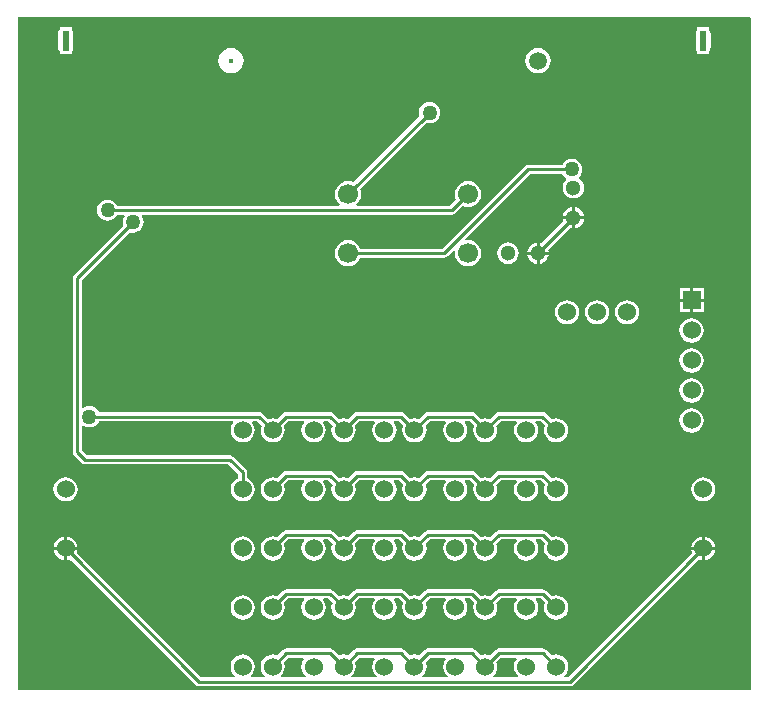
<source format=gbl>
G04 Layer_Physical_Order=2*
G04 Layer_Color=11436288*
%FSLAX25Y25*%
%MOIN*%
G70*
G01*
G75*
%ADD13C,0.01000*%
%ADD14C,0.06000*%
%ADD15C,0.06693*%
%ADD16R,0.01969X0.07087*%
%ADD17C,0.05906*%
%ADD18C,0.01500*%
%ADD19C,0.05118*%
%ADD20R,0.06000X0.06000*%
%ADD21C,0.05000*%
G36*
X322835Y511311D02*
Y287402D01*
X79240D01*
X78740Y287402D01*
Y511811D01*
X322335Y511811D01*
X322835Y511311D01*
D02*
G37*
%LPC*%
G36*
X307087Y358365D02*
X306042Y358228D01*
X305069Y357825D01*
X304234Y357184D01*
X303593Y356348D01*
X303190Y355375D01*
X303052Y354331D01*
X303190Y353287D01*
X303593Y352313D01*
X304234Y351478D01*
X305069Y350837D01*
X306042Y350434D01*
X307087Y350296D01*
X308131Y350434D01*
X309104Y350837D01*
X309939Y351478D01*
X310581Y352313D01*
X310984Y353287D01*
X311121Y354331D01*
X310984Y355375D01*
X310581Y356348D01*
X309939Y357184D01*
X309104Y357825D01*
X308131Y358228D01*
X307087Y358365D01*
D02*
G37*
G36*
X253462Y360429D02*
X238979D01*
X238490Y360332D01*
X238393Y360313D01*
X237897Y359981D01*
X235942Y358026D01*
X235454Y358228D01*
X234409Y358365D01*
X233365Y358228D01*
X232877Y358026D01*
X230922Y359981D01*
X230426Y360313D01*
X229840Y360429D01*
X215357D01*
X214868Y360332D01*
X214771Y360313D01*
X214275Y359981D01*
X212319Y358026D01*
X211832Y358228D01*
X210787Y358365D01*
X209743Y358228D01*
X209255Y358026D01*
X207300Y359981D01*
X206803Y360313D01*
X206218Y360429D01*
X191735D01*
X191246Y360332D01*
X191149Y360313D01*
X190653Y359981D01*
X188698Y358026D01*
X188210Y358228D01*
X187165Y358365D01*
X186121Y358228D01*
X185633Y358026D01*
X183678Y359981D01*
X183182Y360313D01*
X182596Y360429D01*
X168113D01*
X167624Y360332D01*
X167527Y360313D01*
X167031Y359981D01*
X165076Y358026D01*
X164588Y358228D01*
X163543Y358365D01*
X162499Y358228D01*
X161526Y357825D01*
X160691Y357184D01*
X160049Y356348D01*
X159646Y355375D01*
X159509Y354331D01*
X159646Y353287D01*
X160049Y352313D01*
X160691Y351478D01*
X161526Y350837D01*
X162499Y350434D01*
X163543Y350296D01*
X164588Y350434D01*
X165561Y350837D01*
X166396Y351478D01*
X167037Y352313D01*
X167440Y353287D01*
X167578Y354331D01*
X167440Y355375D01*
X167238Y355863D01*
X168746Y357371D01*
X173826D01*
X174072Y356871D01*
X173671Y356348D01*
X173268Y355375D01*
X173131Y354331D01*
X173268Y353287D01*
X173671Y352313D01*
X174313Y351478D01*
X175148Y350837D01*
X176121Y350434D01*
X177165Y350296D01*
X178210Y350434D01*
X179183Y350837D01*
X180018Y351478D01*
X180659Y352313D01*
X181062Y353287D01*
X181200Y354331D01*
X181062Y355375D01*
X180659Y356348D01*
X180258Y356871D01*
X180505Y357371D01*
X181963D01*
X183470Y355863D01*
X183268Y355375D01*
X183131Y354331D01*
X183268Y353287D01*
X183671Y352313D01*
X184313Y351478D01*
X185148Y350837D01*
X186121Y350434D01*
X187165Y350296D01*
X188210Y350434D01*
X189183Y350837D01*
X190018Y351478D01*
X190659Y352313D01*
X191062Y353287D01*
X191200Y354331D01*
X191062Y355375D01*
X190860Y355863D01*
X192368Y357371D01*
X197448D01*
X197694Y356871D01*
X197293Y356348D01*
X196890Y355375D01*
X196753Y354331D01*
X196890Y353287D01*
X197293Y352313D01*
X197935Y351478D01*
X198770Y350837D01*
X199743Y350434D01*
X200787Y350296D01*
X201832Y350434D01*
X202805Y350837D01*
X203640Y351478D01*
X204281Y352313D01*
X204684Y353287D01*
X204822Y354331D01*
X204684Y355375D01*
X204281Y356348D01*
X203880Y356871D01*
X204127Y357371D01*
X205585D01*
X207092Y355863D01*
X206890Y355375D01*
X206753Y354331D01*
X206890Y353287D01*
X207293Y352313D01*
X207935Y351478D01*
X208770Y350837D01*
X209743Y350434D01*
X210787Y350296D01*
X211832Y350434D01*
X212805Y350837D01*
X213640Y351478D01*
X214281Y352313D01*
X214685Y353287D01*
X214822Y354331D01*
X214685Y355375D01*
X214482Y355863D01*
X215990Y357371D01*
X221070D01*
X221316Y356871D01*
X220915Y356348D01*
X220512Y355375D01*
X220375Y354331D01*
X220512Y353287D01*
X220915Y352313D01*
X221557Y351478D01*
X222392Y350837D01*
X223365Y350434D01*
X224409Y350296D01*
X225454Y350434D01*
X226427Y350837D01*
X227262Y351478D01*
X227903Y352313D01*
X228306Y353287D01*
X228444Y354331D01*
X228306Y355375D01*
X227903Y356348D01*
X227502Y356871D01*
X227749Y357371D01*
X229207D01*
X230714Y355863D01*
X230512Y355375D01*
X230375Y354331D01*
X230512Y353287D01*
X230915Y352313D01*
X231557Y351478D01*
X232392Y350837D01*
X233365Y350434D01*
X234409Y350296D01*
X235454Y350434D01*
X236427Y350837D01*
X237262Y351478D01*
X237903Y352313D01*
X238306Y353287D01*
X238444Y354331D01*
X238306Y355375D01*
X238104Y355863D01*
X239612Y357371D01*
X244692D01*
X244939Y356871D01*
X244538Y356348D01*
X244134Y355375D01*
X243997Y354331D01*
X244134Y353287D01*
X244538Y352313D01*
X245179Y351478D01*
X246014Y350837D01*
X246987Y350434D01*
X248032Y350296D01*
X249076Y350434D01*
X250049Y350837D01*
X250884Y351478D01*
X251526Y352313D01*
X251929Y353287D01*
X252066Y354331D01*
X251929Y355375D01*
X251526Y356348D01*
X251125Y356871D01*
X251371Y357371D01*
X252829D01*
X254337Y355863D01*
X254134Y355375D01*
X253997Y354331D01*
X254134Y353287D01*
X254538Y352313D01*
X255179Y351478D01*
X256014Y350837D01*
X256987Y350434D01*
X258032Y350296D01*
X259076Y350434D01*
X260049Y350837D01*
X260884Y351478D01*
X261526Y352313D01*
X261929Y353287D01*
X262066Y354331D01*
X261929Y355375D01*
X261526Y356348D01*
X260884Y357184D01*
X260049Y357825D01*
X259076Y358228D01*
X258032Y358365D01*
X256987Y358228D01*
X256500Y358026D01*
X254544Y359981D01*
X254048Y360313D01*
X253462Y360429D01*
D02*
G37*
G36*
X253477Y340729D02*
X238964D01*
X238476Y340632D01*
X238379Y340613D01*
X237882Y340281D01*
X235942Y338341D01*
X235454Y338543D01*
X234409Y338680D01*
X233365Y338543D01*
X232877Y338341D01*
X230936Y340281D01*
X230440Y340613D01*
X229855Y340729D01*
X215342D01*
X214854Y340632D01*
X214756Y340613D01*
X214260Y340281D01*
X212319Y338341D01*
X211832Y338543D01*
X210787Y338680D01*
X209743Y338543D01*
X209255Y338341D01*
X207314Y340281D01*
X206818Y340613D01*
X206233Y340729D01*
X191720D01*
X191232Y340632D01*
X191135Y340613D01*
X190638Y340281D01*
X188698Y338341D01*
X188210Y338543D01*
X187165Y338680D01*
X186121Y338543D01*
X185633Y338341D01*
X183692Y340281D01*
X183196Y340613D01*
X182611Y340729D01*
X168098D01*
X167610Y340632D01*
X167513Y340613D01*
X167016Y340281D01*
X165076Y338341D01*
X164588Y338543D01*
X163543Y338680D01*
X162499Y338543D01*
X161526Y338140D01*
X160691Y337498D01*
X160049Y336663D01*
X159646Y335690D01*
X159509Y334646D01*
X159646Y333601D01*
X160049Y332628D01*
X160691Y331793D01*
X161526Y331152D01*
X162499Y330749D01*
X163543Y330611D01*
X164588Y330749D01*
X165561Y331152D01*
X166396Y331793D01*
X167037Y332628D01*
X167440Y333601D01*
X167578Y334646D01*
X167440Y335690D01*
X167238Y336178D01*
X168731Y337671D01*
X173814D01*
X174061Y337171D01*
X173671Y336663D01*
X173268Y335690D01*
X173131Y334646D01*
X173268Y333601D01*
X173671Y332628D01*
X174313Y331793D01*
X175148Y331152D01*
X176121Y330749D01*
X177165Y330611D01*
X178210Y330749D01*
X179183Y331152D01*
X180018Y331793D01*
X180659Y332628D01*
X181062Y333601D01*
X181200Y334646D01*
X181062Y335690D01*
X180659Y336663D01*
X180270Y337171D01*
X180516Y337671D01*
X181977D01*
X183470Y336178D01*
X183268Y335690D01*
X183131Y334646D01*
X183268Y333601D01*
X183671Y332628D01*
X184313Y331793D01*
X185148Y331152D01*
X186121Y330749D01*
X187165Y330611D01*
X188210Y330749D01*
X189183Y331152D01*
X190018Y331793D01*
X190659Y332628D01*
X191062Y333601D01*
X191200Y334646D01*
X191062Y335690D01*
X190860Y336178D01*
X192353Y337671D01*
X197436D01*
X197683Y337171D01*
X197293Y336663D01*
X196890Y335690D01*
X196753Y334646D01*
X196890Y333601D01*
X197293Y332628D01*
X197935Y331793D01*
X198770Y331152D01*
X199743Y330749D01*
X200787Y330611D01*
X201832Y330749D01*
X202805Y331152D01*
X203640Y331793D01*
X204281Y332628D01*
X204684Y333601D01*
X204822Y334646D01*
X204684Y335690D01*
X204281Y336663D01*
X203892Y337171D01*
X204138Y337671D01*
X205599D01*
X207092Y336178D01*
X206890Y335690D01*
X206753Y334646D01*
X206890Y333601D01*
X207293Y332628D01*
X207935Y331793D01*
X208770Y331152D01*
X209743Y330749D01*
X210787Y330611D01*
X211832Y330749D01*
X212805Y331152D01*
X213640Y331793D01*
X214281Y332628D01*
X214685Y333601D01*
X214822Y334646D01*
X214685Y335690D01*
X214482Y336178D01*
X215975Y337671D01*
X221058D01*
X221305Y337171D01*
X220915Y336663D01*
X220512Y335690D01*
X220375Y334646D01*
X220512Y333601D01*
X220915Y332628D01*
X221557Y331793D01*
X222392Y331152D01*
X223365Y330749D01*
X224409Y330611D01*
X225454Y330749D01*
X226427Y331152D01*
X227262Y331793D01*
X227903Y332628D01*
X228306Y333601D01*
X228444Y334646D01*
X228306Y335690D01*
X227903Y336663D01*
X227514Y337171D01*
X227760Y337671D01*
X229222D01*
X230714Y336178D01*
X230512Y335690D01*
X230375Y334646D01*
X230512Y333601D01*
X230915Y332628D01*
X231557Y331793D01*
X232392Y331152D01*
X233365Y330749D01*
X234409Y330611D01*
X235454Y330749D01*
X236427Y331152D01*
X237262Y331793D01*
X237903Y332628D01*
X238306Y333601D01*
X238444Y334646D01*
X238306Y335690D01*
X238104Y336178D01*
X239597Y337671D01*
X244681D01*
X244927Y337171D01*
X244538Y336663D01*
X244134Y335690D01*
X243997Y334646D01*
X244134Y333601D01*
X244538Y332628D01*
X245179Y331793D01*
X246014Y331152D01*
X246987Y330749D01*
X248032Y330611D01*
X249076Y330749D01*
X250049Y331152D01*
X250884Y331793D01*
X251526Y332628D01*
X251929Y333601D01*
X252066Y334646D01*
X251929Y335690D01*
X251526Y336663D01*
X251136Y337171D01*
X251383Y337671D01*
X252844D01*
X254337Y336178D01*
X254134Y335690D01*
X253997Y334646D01*
X254134Y333601D01*
X254538Y332628D01*
X255179Y331793D01*
X256014Y331152D01*
X256987Y330749D01*
X258032Y330611D01*
X259076Y330749D01*
X260049Y331152D01*
X260884Y331793D01*
X261526Y332628D01*
X261929Y333601D01*
X262066Y334646D01*
X261929Y335690D01*
X261526Y336663D01*
X260884Y337498D01*
X260049Y338140D01*
X259076Y338543D01*
X258032Y338680D01*
X256987Y338543D01*
X256500Y338341D01*
X254559Y340281D01*
X254063Y340613D01*
X253477Y340729D01*
D02*
G37*
G36*
X94488Y358365D02*
X93444Y358228D01*
X92471Y357825D01*
X91635Y357184D01*
X90994Y356348D01*
X90591Y355375D01*
X90454Y354331D01*
X90591Y353287D01*
X90994Y352313D01*
X91635Y351478D01*
X92471Y350837D01*
X93444Y350434D01*
X94488Y350296D01*
X95532Y350434D01*
X96505Y350837D01*
X97341Y351478D01*
X97982Y352313D01*
X98385Y353287D01*
X98523Y354331D01*
X98385Y355375D01*
X97982Y356348D01*
X97341Y357184D01*
X96505Y357825D01*
X95532Y358228D01*
X94488Y358365D01*
D02*
G37*
G36*
X303150Y381357D02*
X302105Y381220D01*
X301132Y380817D01*
X300297Y380176D01*
X299656Y379340D01*
X299253Y378367D01*
X299115Y377323D01*
X299253Y376279D01*
X299656Y375306D01*
X300297Y374470D01*
X301132Y373829D01*
X302105Y373426D01*
X303150Y373288D01*
X304194Y373426D01*
X305167Y373829D01*
X306002Y374470D01*
X306644Y375306D01*
X307047Y376279D01*
X307184Y377323D01*
X307047Y378367D01*
X306644Y379340D01*
X306002Y380176D01*
X305167Y380817D01*
X304194Y381220D01*
X303150Y381357D01*
D02*
G37*
G36*
Y411357D02*
X302105Y411220D01*
X301132Y410817D01*
X300297Y410176D01*
X299656Y409340D01*
X299253Y408367D01*
X299115Y407323D01*
X299253Y406279D01*
X299656Y405305D01*
X300297Y404470D01*
X301132Y403829D01*
X302105Y403426D01*
X303150Y403288D01*
X304194Y403426D01*
X305167Y403829D01*
X306002Y404470D01*
X306644Y405305D01*
X307047Y406279D01*
X307184Y407323D01*
X307047Y408367D01*
X306644Y409340D01*
X306002Y410176D01*
X305167Y410817D01*
X304194Y411220D01*
X303150Y411357D01*
D02*
G37*
G36*
X261654Y417420D02*
X260609Y417283D01*
X259636Y416880D01*
X258801Y416239D01*
X258160Y415403D01*
X257757Y414430D01*
X257619Y413386D01*
X257757Y412342D01*
X258160Y411369D01*
X258801Y410533D01*
X259636Y409892D01*
X260609Y409489D01*
X261654Y409351D01*
X262698Y409489D01*
X263671Y409892D01*
X264506Y410533D01*
X265148Y411369D01*
X265551Y412342D01*
X265688Y413386D01*
X265551Y414430D01*
X265148Y415403D01*
X264506Y416239D01*
X263671Y416880D01*
X262698Y417283D01*
X261654Y417420D01*
D02*
G37*
G36*
X303150Y391357D02*
X302105Y391220D01*
X301132Y390817D01*
X300297Y390176D01*
X299656Y389340D01*
X299253Y388367D01*
X299115Y387323D01*
X299253Y386279D01*
X299656Y385306D01*
X300297Y384470D01*
X301132Y383829D01*
X302105Y383426D01*
X303150Y383288D01*
X304194Y383426D01*
X305167Y383829D01*
X306002Y384470D01*
X306644Y385306D01*
X307047Y386279D01*
X307184Y387323D01*
X307047Y388367D01*
X306644Y389340D01*
X306002Y390176D01*
X305167Y390817D01*
X304194Y391220D01*
X303150Y391357D01*
D02*
G37*
G36*
Y401357D02*
X302105Y401220D01*
X301132Y400817D01*
X300297Y400176D01*
X299656Y399340D01*
X299253Y398367D01*
X299115Y397323D01*
X299253Y396279D01*
X299656Y395305D01*
X300297Y394470D01*
X301132Y393829D01*
X302105Y393426D01*
X303150Y393288D01*
X304194Y393426D01*
X305167Y393829D01*
X306002Y394470D01*
X306644Y395305D01*
X307047Y396279D01*
X307184Y397323D01*
X307047Y398367D01*
X306644Y399340D01*
X306002Y400176D01*
X305167Y400817D01*
X304194Y401220D01*
X303150Y401357D01*
D02*
G37*
G36*
X307587Y338614D02*
Y335146D01*
X311055D01*
X310984Y335690D01*
X310581Y336663D01*
X309939Y337498D01*
X309104Y338140D01*
X308131Y338543D01*
X307587Y338614D01*
D02*
G37*
G36*
X253492Y321029D02*
X238949D01*
X238364Y320913D01*
X237867Y320581D01*
X235942Y318656D01*
X235454Y318858D01*
X234409Y318995D01*
X233365Y318858D01*
X232877Y318656D01*
X230951Y320581D01*
X230455Y320913D01*
X229870Y321029D01*
X215327D01*
X214741Y320913D01*
X214245Y320581D01*
X212319Y318656D01*
X211832Y318858D01*
X210787Y318995D01*
X209743Y318858D01*
X209255Y318656D01*
X207329Y320581D01*
X206833Y320913D01*
X206248Y321029D01*
X191705D01*
X191120Y320913D01*
X190623Y320581D01*
X188698Y318656D01*
X188210Y318858D01*
X187165Y318995D01*
X186121Y318858D01*
X185633Y318656D01*
X183707Y320581D01*
X183211Y320913D01*
X182626Y321029D01*
X168083D01*
X167498Y320913D01*
X167001Y320581D01*
X165076Y318656D01*
X164588Y318858D01*
X163543Y318995D01*
X162499Y318858D01*
X161526Y318455D01*
X160691Y317813D01*
X160049Y316978D01*
X159646Y316005D01*
X159509Y314961D01*
X159646Y313916D01*
X160049Y312943D01*
X160691Y312108D01*
X161526Y311467D01*
X162499Y311064D01*
X163543Y310926D01*
X164588Y311064D01*
X165561Y311467D01*
X166396Y312108D01*
X167037Y312943D01*
X167440Y313916D01*
X167578Y314961D01*
X167440Y316005D01*
X167238Y316493D01*
X168716Y317971D01*
X173803D01*
X174049Y317471D01*
X173671Y316978D01*
X173268Y316005D01*
X173131Y314961D01*
X173268Y313916D01*
X173671Y312943D01*
X174313Y312108D01*
X175148Y311467D01*
X176121Y311064D01*
X177165Y310926D01*
X178210Y311064D01*
X179183Y311467D01*
X180018Y312108D01*
X180659Y312943D01*
X181062Y313916D01*
X181200Y314961D01*
X181062Y316005D01*
X180659Y316978D01*
X180281Y317471D01*
X180528Y317971D01*
X181992D01*
X183470Y316493D01*
X183268Y316005D01*
X183131Y314961D01*
X183268Y313916D01*
X183671Y312943D01*
X184313Y312108D01*
X185148Y311467D01*
X186121Y311064D01*
X187165Y310926D01*
X188210Y311064D01*
X189183Y311467D01*
X190018Y312108D01*
X190659Y312943D01*
X191062Y313916D01*
X191200Y314961D01*
X191062Y316005D01*
X190860Y316493D01*
X192338Y317971D01*
X197425D01*
X197671Y317471D01*
X197293Y316978D01*
X196890Y316005D01*
X196753Y314961D01*
X196890Y313916D01*
X197293Y312943D01*
X197935Y312108D01*
X198770Y311467D01*
X199743Y311064D01*
X200787Y310926D01*
X201832Y311064D01*
X202805Y311467D01*
X203640Y312108D01*
X204281Y312943D01*
X204684Y313916D01*
X204822Y314961D01*
X204684Y316005D01*
X204281Y316978D01*
X203903Y317471D01*
X204150Y317971D01*
X205614D01*
X207092Y316493D01*
X206890Y316005D01*
X206753Y314961D01*
X206890Y313916D01*
X207293Y312943D01*
X207935Y312108D01*
X208770Y311467D01*
X209743Y311064D01*
X210787Y310926D01*
X211832Y311064D01*
X212805Y311467D01*
X213640Y312108D01*
X214281Y312943D01*
X214685Y313916D01*
X214822Y314961D01*
X214685Y316005D01*
X214482Y316493D01*
X215960Y317971D01*
X221047D01*
X221293Y317471D01*
X220915Y316978D01*
X220512Y316005D01*
X220375Y314961D01*
X220512Y313916D01*
X220915Y312943D01*
X221557Y312108D01*
X222392Y311467D01*
X223365Y311064D01*
X224409Y310926D01*
X225454Y311064D01*
X226427Y311467D01*
X227262Y312108D01*
X227903Y312943D01*
X228306Y313916D01*
X228444Y314961D01*
X228306Y316005D01*
X227903Y316978D01*
X227525Y317471D01*
X227772Y317971D01*
X229237D01*
X230714Y316493D01*
X230512Y316005D01*
X230375Y314961D01*
X230512Y313916D01*
X230915Y312943D01*
X231557Y312108D01*
X232392Y311467D01*
X233365Y311064D01*
X234409Y310926D01*
X235454Y311064D01*
X236427Y311467D01*
X237262Y312108D01*
X237903Y312943D01*
X238306Y313916D01*
X238444Y314961D01*
X238306Y316005D01*
X238104Y316493D01*
X239582Y317971D01*
X244669D01*
X244916Y317471D01*
X244538Y316978D01*
X244134Y316005D01*
X243997Y314961D01*
X244134Y313916D01*
X244538Y312943D01*
X245179Y312108D01*
X246014Y311467D01*
X246987Y311064D01*
X248032Y310926D01*
X249076Y311064D01*
X250049Y311467D01*
X250884Y312108D01*
X251526Y312943D01*
X251929Y313916D01*
X252066Y314961D01*
X251929Y316005D01*
X251526Y316978D01*
X251148Y317471D01*
X251394Y317971D01*
X252859D01*
X254337Y316493D01*
X254134Y316005D01*
X253997Y314961D01*
X254134Y313916D01*
X254538Y312943D01*
X255179Y312108D01*
X256014Y311467D01*
X256987Y311064D01*
X258032Y310926D01*
X259076Y311064D01*
X260049Y311467D01*
X260884Y312108D01*
X261526Y312943D01*
X261929Y313916D01*
X262066Y314961D01*
X261929Y316005D01*
X261526Y316978D01*
X260884Y317813D01*
X260049Y318455D01*
X259076Y318858D01*
X258032Y318995D01*
X256987Y318858D01*
X256500Y318656D01*
X254574Y320581D01*
X254078Y320913D01*
X253492Y321029D01*
D02*
G37*
G36*
X153543Y338680D02*
X152499Y338543D01*
X151526Y338140D01*
X150691Y337498D01*
X150049Y336663D01*
X149646Y335690D01*
X149509Y334646D01*
X149646Y333601D01*
X150049Y332628D01*
X150691Y331793D01*
X151526Y331152D01*
X152499Y330749D01*
X153543Y330611D01*
X154588Y330749D01*
X155561Y331152D01*
X156396Y331793D01*
X157037Y332628D01*
X157440Y333601D01*
X157578Y334646D01*
X157440Y335690D01*
X157037Y336663D01*
X156396Y337498D01*
X155561Y338140D01*
X154588Y338543D01*
X153543Y338680D01*
D02*
G37*
G36*
X306587Y334146D02*
X303118D01*
X303190Y333601D01*
X303392Y333114D01*
X262007Y291729D01*
X260802D01*
X260632Y292229D01*
X260884Y292423D01*
X261526Y293258D01*
X261929Y294231D01*
X262066Y295276D01*
X261929Y296320D01*
X261526Y297293D01*
X260884Y298128D01*
X260049Y298770D01*
X259076Y299173D01*
X258032Y299310D01*
X256987Y299173D01*
X256500Y298971D01*
X254589Y300881D01*
X254093Y301213D01*
X253507Y301329D01*
X238934D01*
X238349Y301213D01*
X237852Y300881D01*
X235942Y298971D01*
X235454Y299173D01*
X234409Y299310D01*
X233365Y299173D01*
X232877Y298971D01*
X230966Y300881D01*
X230470Y301213D01*
X229885Y301329D01*
X215312D01*
X214726Y301213D01*
X214230Y300881D01*
X212319Y298971D01*
X211832Y299173D01*
X210787Y299310D01*
X209743Y299173D01*
X209255Y298971D01*
X207344Y300881D01*
X206848Y301213D01*
X206263Y301329D01*
X191690D01*
X191104Y301213D01*
X190608Y300881D01*
X188698Y298971D01*
X188210Y299173D01*
X187165Y299310D01*
X186121Y299173D01*
X185633Y298971D01*
X183722Y300881D01*
X183226Y301213D01*
X182641Y301329D01*
X168068D01*
X167482Y301213D01*
X166986Y300881D01*
X165076Y298971D01*
X164588Y299173D01*
X163543Y299310D01*
X162499Y299173D01*
X161526Y298770D01*
X160691Y298128D01*
X160049Y297293D01*
X159646Y296320D01*
X159509Y295276D01*
X159646Y294231D01*
X160049Y293258D01*
X160691Y292423D01*
X160943Y292229D01*
X160773Y291729D01*
X156314D01*
X156144Y292229D01*
X156396Y292423D01*
X157037Y293258D01*
X157440Y294231D01*
X157578Y295276D01*
X157440Y296320D01*
X157037Y297293D01*
X156396Y298128D01*
X155561Y298770D01*
X154588Y299173D01*
X153543Y299310D01*
X152499Y299173D01*
X151526Y298770D01*
X150691Y298128D01*
X150049Y297293D01*
X149646Y296320D01*
X149509Y295276D01*
X149646Y294231D01*
X150049Y293258D01*
X150691Y292423D01*
X150943Y292229D01*
X150773Y291729D01*
X139567D01*
X98183Y333114D01*
X98385Y333601D01*
X98457Y334146D01*
X94988D01*
Y330677D01*
X95532Y330749D01*
X96020Y330951D01*
X137852Y289119D01*
X138348Y288787D01*
X138934Y288671D01*
X262641D01*
X263226Y288787D01*
X263722Y289119D01*
X305555Y330951D01*
X306042Y330749D01*
X306587Y330677D01*
Y334146D01*
D02*
G37*
G36*
X153543Y318995D02*
X152499Y318858D01*
X151526Y318455D01*
X150691Y317813D01*
X150049Y316978D01*
X149646Y316005D01*
X149509Y314961D01*
X149646Y313916D01*
X150049Y312943D01*
X150691Y312108D01*
X151526Y311467D01*
X152499Y311064D01*
X153543Y310926D01*
X154588Y311064D01*
X155561Y311467D01*
X156396Y312108D01*
X157037Y312943D01*
X157440Y313916D01*
X157578Y314961D01*
X157440Y316005D01*
X157037Y316978D01*
X156396Y317813D01*
X155561Y318455D01*
X154588Y318858D01*
X153543Y318995D01*
D02*
G37*
G36*
X93988Y334146D02*
X90519D01*
X90591Y333601D01*
X90994Y332628D01*
X91635Y331793D01*
X92471Y331152D01*
X93444Y330749D01*
X93988Y330677D01*
Y334146D01*
D02*
G37*
G36*
X94988Y338614D02*
Y335146D01*
X98457D01*
X98385Y335690D01*
X97982Y336663D01*
X97341Y337498D01*
X96505Y338140D01*
X95532Y338543D01*
X94988Y338614D01*
D02*
G37*
G36*
X306587D02*
X306042Y338543D01*
X305069Y338140D01*
X304234Y337498D01*
X303593Y336663D01*
X303190Y335690D01*
X303118Y335146D01*
X306587D01*
Y338614D01*
D02*
G37*
G36*
X311055Y334146D02*
X307587D01*
Y330677D01*
X308131Y330749D01*
X309104Y331152D01*
X309939Y331793D01*
X310581Y332628D01*
X310984Y333601D01*
X311055Y334146D01*
D02*
G37*
G36*
X93988Y338614D02*
X93444Y338543D01*
X92471Y338140D01*
X91635Y337498D01*
X90994Y336663D01*
X90591Y335690D01*
X90519Y335146D01*
X93988D01*
Y338614D01*
D02*
G37*
G36*
X264280Y448406D02*
Y445382D01*
X267303D01*
X267247Y445811D01*
X266888Y446677D01*
X266318Y447420D01*
X265575Y447991D01*
X264709Y448349D01*
X264280Y448406D01*
D02*
G37*
G36*
X263228Y464530D02*
X262315Y464410D01*
X261463Y464057D01*
X260732Y463496D01*
X260171Y462765D01*
X260073Y462529D01*
X248700D01*
X248115Y462413D01*
X247619Y462081D01*
X220138Y434600D01*
X192733D01*
X192458Y435263D01*
X191762Y436171D01*
X190854Y436868D01*
X189796Y437306D01*
X188662Y437455D01*
X187527Y437306D01*
X186470Y436868D01*
X185562Y436171D01*
X184865Y435263D01*
X184427Y434206D01*
X184278Y433071D01*
X184427Y431936D01*
X184865Y430879D01*
X185562Y429971D01*
X186470Y429274D01*
X187527Y428836D01*
X188662Y428687D01*
X189796Y428836D01*
X190854Y429274D01*
X191762Y429971D01*
X192458Y430879D01*
X192733Y431542D01*
X220771D01*
X221356Y431658D01*
X221852Y431990D01*
X223901Y434038D01*
X224374Y433804D01*
X224278Y433071D01*
X224427Y431936D01*
X224865Y430879D01*
X225562Y429971D01*
X226470Y429274D01*
X227527Y428836D01*
X228662Y428687D01*
X229796Y428836D01*
X230854Y429274D01*
X231762Y429971D01*
X232458Y430879D01*
X232896Y431936D01*
X233046Y433071D01*
X232896Y434206D01*
X232458Y435263D01*
X231762Y436171D01*
X230854Y436868D01*
X229796Y437306D01*
X228662Y437455D01*
X227928Y437358D01*
X227695Y437832D01*
X249334Y459471D01*
X260073D01*
X260171Y459235D01*
X260732Y458504D01*
X261282Y458082D01*
X261342Y457497D01*
X261241Y457420D01*
X260671Y456677D01*
X260312Y455811D01*
X260190Y454882D01*
X260312Y453953D01*
X260671Y453087D01*
X261241Y452344D01*
X261985Y451773D01*
X262850Y451414D01*
X263780Y451292D01*
X264709Y451414D01*
X265575Y451773D01*
X266318Y452344D01*
X266888Y453087D01*
X267247Y453953D01*
X267369Y454882D01*
X267247Y455811D01*
X266888Y456677D01*
X266318Y457420D01*
X265726Y457874D01*
X265652Y458448D01*
X265725Y458504D01*
X266286Y459235D01*
X266638Y460086D01*
X266759Y461000D01*
X266638Y461914D01*
X266286Y462765D01*
X265725Y463496D01*
X264994Y464057D01*
X264142Y464410D01*
X263228Y464530D01*
D02*
G37*
G36*
X263280Y448406D02*
X262850Y448349D01*
X261985Y447991D01*
X261241Y447420D01*
X260671Y446677D01*
X260312Y445811D01*
X260256Y445382D01*
X263280D01*
Y448406D01*
D02*
G37*
G36*
Y444382D02*
X260256D01*
X260312Y443953D01*
X260422Y443687D01*
X253163Y436428D01*
X252898Y436538D01*
X252469Y436595D01*
Y433571D01*
X255492D01*
X255436Y434000D01*
X255326Y434265D01*
X262585Y441524D01*
X262850Y441414D01*
X263280Y441358D01*
Y444382D01*
D02*
G37*
G36*
X267303D02*
X264280D01*
Y441358D01*
X264709Y441414D01*
X265575Y441773D01*
X266318Y442344D01*
X266888Y443087D01*
X267247Y443953D01*
X267303Y444382D01*
D02*
G37*
G36*
X94488Y508549D02*
X94143Y508480D01*
X92504D01*
Y507530D01*
X92133Y506975D01*
X91939Y506000D01*
Y501874D01*
X92133Y500899D01*
X92504Y500344D01*
Y499394D01*
X94143D01*
X94488Y499325D01*
X94833Y499394D01*
X96473D01*
Y500344D01*
X96843Y500899D01*
X97037Y501874D01*
Y506000D01*
X96843Y506975D01*
X96473Y507530D01*
Y508480D01*
X94833D01*
X94488Y508549D01*
D02*
G37*
G36*
X307087D02*
X306741Y508480D01*
X305102D01*
Y507530D01*
X304732Y506975D01*
X304538Y506000D01*
Y501874D01*
X304732Y500899D01*
X305102Y500344D01*
Y499394D01*
X306741D01*
X307087Y499325D01*
X307432Y499394D01*
X309071D01*
Y500344D01*
X309442Y500899D01*
X309636Y501874D01*
Y506000D01*
X309442Y506975D01*
X309071Y507530D01*
Y508480D01*
X307432D01*
X307087Y508549D01*
D02*
G37*
G36*
X251969Y501449D02*
X250880Y501306D01*
X249866Y500886D01*
X248995Y500218D01*
X248327Y499347D01*
X247907Y498333D01*
X247763Y497244D01*
X247907Y496156D01*
X248327Y495142D01*
X248995Y494271D01*
X249866Y493602D01*
X250880Y493182D01*
X251969Y493039D01*
X253057Y493182D01*
X254071Y493602D01*
X254942Y494271D01*
X255610Y495142D01*
X256031Y496156D01*
X256174Y497244D01*
X256031Y498333D01*
X255610Y499347D01*
X254942Y500218D01*
X254071Y500886D01*
X253057Y501306D01*
X251969Y501449D01*
D02*
G37*
G36*
X215806Y483430D02*
X214892Y483310D01*
X214041Y482957D01*
X213310Y482396D01*
X212749Y481665D01*
X212396Y480814D01*
X212276Y479900D01*
X212396Y478986D01*
X212493Y478751D01*
X190459Y456716D01*
X189796Y456990D01*
X188662Y457140D01*
X187527Y456990D01*
X186470Y456552D01*
X185562Y455856D01*
X184865Y454948D01*
X184427Y453890D01*
X184278Y452756D01*
X184427Y451621D01*
X184865Y450564D01*
X185562Y449656D01*
X185857Y449429D01*
X185687Y448929D01*
X111655D01*
X111557Y449165D01*
X110996Y449896D01*
X110265Y450457D01*
X109414Y450810D01*
X108500Y450930D01*
X107586Y450810D01*
X106735Y450457D01*
X106004Y449896D01*
X105443Y449165D01*
X105090Y448314D01*
X104970Y447400D01*
X105090Y446486D01*
X105443Y445635D01*
X106004Y444904D01*
X106735Y444343D01*
X107586Y443990D01*
X108500Y443870D01*
X109414Y443990D01*
X110265Y444343D01*
X110996Y444904D01*
X111557Y445635D01*
X111655Y445871D01*
X113919D01*
X114140Y445422D01*
X113943Y445165D01*
X113590Y444314D01*
X113470Y443400D01*
X113590Y442486D01*
X113688Y442251D01*
X97319Y425881D01*
X96987Y425385D01*
X96871Y424800D01*
Y366800D01*
X96987Y366215D01*
X97319Y365719D01*
X99919Y363119D01*
X100415Y362787D01*
X101000Y362671D01*
X148710D01*
X152014Y359366D01*
Y358027D01*
X151526Y357825D01*
X150691Y357184D01*
X150049Y356348D01*
X149646Y355375D01*
X149509Y354331D01*
X149646Y353287D01*
X150049Y352313D01*
X150691Y351478D01*
X151526Y350837D01*
X152499Y350434D01*
X153543Y350296D01*
X154588Y350434D01*
X155561Y350837D01*
X156396Y351478D01*
X157037Y352313D01*
X157440Y353287D01*
X157578Y354331D01*
X157440Y355375D01*
X157037Y356348D01*
X156396Y357184D01*
X155561Y357825D01*
X155073Y358027D01*
Y360000D01*
X154956Y360585D01*
X154625Y361081D01*
X150425Y365281D01*
X149929Y365613D01*
X149343Y365729D01*
X101634D01*
X99929Y367434D01*
Y375535D01*
X100378Y375756D01*
X100656Y375543D01*
X101507Y375190D01*
X102421Y375070D01*
X103335Y375190D01*
X104186Y375543D01*
X104917Y376104D01*
X105478Y376835D01*
X105576Y377071D01*
X150215D01*
X150462Y376571D01*
X150049Y376033D01*
X149646Y375060D01*
X149509Y374016D01*
X149646Y372972D01*
X150049Y371999D01*
X150691Y371163D01*
X151526Y370522D01*
X152499Y370119D01*
X153543Y369981D01*
X154588Y370119D01*
X155561Y370522D01*
X156396Y371163D01*
X157037Y371999D01*
X157440Y372972D01*
X157578Y374016D01*
X157440Y375060D01*
X157037Y376033D01*
X156625Y376571D01*
X156871Y377071D01*
X158326D01*
X159848Y375548D01*
X159646Y375060D01*
X159509Y374016D01*
X159646Y372972D01*
X160049Y371999D01*
X160691Y371163D01*
X161526Y370522D01*
X162499Y370119D01*
X163543Y369981D01*
X164588Y370119D01*
X165561Y370522D01*
X166396Y371163D01*
X167037Y371999D01*
X167440Y372972D01*
X167578Y374016D01*
X167440Y375060D01*
X167238Y375548D01*
X168761Y377071D01*
X173837D01*
X174084Y376571D01*
X173671Y376033D01*
X173268Y375060D01*
X173131Y374016D01*
X173268Y372972D01*
X173671Y371999D01*
X174313Y371163D01*
X175148Y370522D01*
X176121Y370119D01*
X177165Y369981D01*
X178210Y370119D01*
X179183Y370522D01*
X180018Y371163D01*
X180659Y371999D01*
X181062Y372972D01*
X181200Y374016D01*
X181062Y375060D01*
X180659Y376033D01*
X180247Y376571D01*
X180493Y377071D01*
X181948D01*
X183470Y375548D01*
X183268Y375060D01*
X183131Y374016D01*
X183268Y372972D01*
X183671Y371999D01*
X184313Y371163D01*
X185148Y370522D01*
X186121Y370119D01*
X187165Y369981D01*
X188210Y370119D01*
X189183Y370522D01*
X190018Y371163D01*
X190659Y371999D01*
X191062Y372972D01*
X191200Y374016D01*
X191062Y375060D01*
X190860Y375548D01*
X192383Y377071D01*
X197459D01*
X197706Y376571D01*
X197293Y376033D01*
X196890Y375060D01*
X196753Y374016D01*
X196890Y372972D01*
X197293Y371999D01*
X197935Y371163D01*
X198770Y370522D01*
X199743Y370119D01*
X200787Y369981D01*
X201832Y370119D01*
X202805Y370522D01*
X203640Y371163D01*
X204281Y371999D01*
X204684Y372972D01*
X204822Y374016D01*
X204684Y375060D01*
X204281Y376033D01*
X203869Y376571D01*
X204116Y377071D01*
X205570D01*
X207092Y375548D01*
X206890Y375060D01*
X206753Y374016D01*
X206890Y372972D01*
X207293Y371999D01*
X207935Y371163D01*
X208770Y370522D01*
X209743Y370119D01*
X210787Y369981D01*
X211832Y370119D01*
X212805Y370522D01*
X213640Y371163D01*
X214281Y371999D01*
X214685Y372972D01*
X214822Y374016D01*
X214685Y375060D01*
X214482Y375548D01*
X216005Y377071D01*
X221081D01*
X221328Y376571D01*
X220915Y376033D01*
X220512Y375060D01*
X220375Y374016D01*
X220512Y372972D01*
X220915Y371999D01*
X221557Y371163D01*
X222392Y370522D01*
X223365Y370119D01*
X224409Y369981D01*
X225454Y370119D01*
X226427Y370522D01*
X227262Y371163D01*
X227903Y371999D01*
X228306Y372972D01*
X228444Y374016D01*
X228306Y375060D01*
X227903Y376033D01*
X227491Y376571D01*
X227737Y377071D01*
X229192D01*
X230714Y375548D01*
X230512Y375060D01*
X230375Y374016D01*
X230512Y372972D01*
X230915Y371999D01*
X231557Y371163D01*
X232392Y370522D01*
X233365Y370119D01*
X234409Y369981D01*
X235454Y370119D01*
X236427Y370522D01*
X237262Y371163D01*
X237903Y371999D01*
X238306Y372972D01*
X238444Y374016D01*
X238306Y375060D01*
X238104Y375548D01*
X239627Y377071D01*
X244704D01*
X244950Y376571D01*
X244538Y376033D01*
X244134Y375060D01*
X243997Y374016D01*
X244134Y372972D01*
X244538Y371999D01*
X245179Y371163D01*
X246014Y370522D01*
X246987Y370119D01*
X248032Y369981D01*
X249076Y370119D01*
X250049Y370522D01*
X250884Y371163D01*
X251526Y371999D01*
X251929Y372972D01*
X252066Y374016D01*
X251929Y375060D01*
X251526Y376033D01*
X251113Y376571D01*
X251360Y377071D01*
X252814D01*
X254337Y375548D01*
X254134Y375060D01*
X253997Y374016D01*
X254134Y372972D01*
X254538Y371999D01*
X255179Y371163D01*
X256014Y370522D01*
X256987Y370119D01*
X258032Y369981D01*
X259076Y370119D01*
X260049Y370522D01*
X260884Y371163D01*
X261526Y371999D01*
X261929Y372972D01*
X262066Y374016D01*
X261929Y375060D01*
X261526Y376033D01*
X260884Y376869D01*
X260049Y377510D01*
X259076Y377913D01*
X258032Y378050D01*
X256987Y377913D01*
X256500Y377711D01*
X254529Y379681D01*
X254033Y380013D01*
X253447Y380129D01*
X238994D01*
X238408Y380013D01*
X237912Y379681D01*
X235942Y377711D01*
X235454Y377913D01*
X234409Y378050D01*
X233365Y377913D01*
X232877Y377711D01*
X230907Y379681D01*
X230411Y380013D01*
X229825Y380129D01*
X215372D01*
X214786Y380013D01*
X214290Y379681D01*
X212319Y377711D01*
X211832Y377913D01*
X210787Y378050D01*
X209743Y377913D01*
X209255Y377711D01*
X207285Y379681D01*
X206788Y380013D01*
X206203Y380129D01*
X191750D01*
X191164Y380013D01*
X190668Y379681D01*
X188698Y377711D01*
X188210Y377913D01*
X187165Y378050D01*
X186121Y377913D01*
X185633Y377711D01*
X183663Y379681D01*
X183167Y380013D01*
X182581Y380129D01*
X168128D01*
X167542Y380013D01*
X167046Y379681D01*
X165076Y377711D01*
X164588Y377913D01*
X163543Y378050D01*
X162499Y377913D01*
X162011Y377711D01*
X160041Y379681D01*
X159545Y380013D01*
X158959Y380129D01*
X105576D01*
X105478Y380365D01*
X104917Y381096D01*
X104186Y381657D01*
X103335Y382010D01*
X102421Y382130D01*
X101507Y382010D01*
X100656Y381657D01*
X100378Y381444D01*
X99929Y381665D01*
Y424166D01*
X115851Y440088D01*
X116086Y439990D01*
X117000Y439870D01*
X117914Y439990D01*
X118765Y440343D01*
X119496Y440904D01*
X120057Y441635D01*
X120410Y442486D01*
X120530Y443400D01*
X120410Y444314D01*
X120057Y445165D01*
X119860Y445422D01*
X120081Y445871D01*
X223306D01*
X223891Y445987D01*
X224387Y446319D01*
X226864Y448796D01*
X227527Y448521D01*
X228662Y448372D01*
X229796Y448521D01*
X230854Y448959D01*
X231762Y449656D01*
X232458Y450564D01*
X232896Y451621D01*
X233046Y452756D01*
X232896Y453890D01*
X232458Y454948D01*
X231762Y455856D01*
X230854Y456552D01*
X229796Y456990D01*
X228662Y457140D01*
X227527Y456990D01*
X226470Y456552D01*
X225562Y455856D01*
X224865Y454948D01*
X224427Y453890D01*
X224278Y452756D01*
X224427Y451621D01*
X224701Y450959D01*
X222672Y448929D01*
X191636D01*
X191466Y449429D01*
X191762Y449656D01*
X192458Y450564D01*
X192896Y451621D01*
X193046Y452756D01*
X192896Y453890D01*
X192622Y454553D01*
X214656Y476588D01*
X214892Y476490D01*
X215806Y476370D01*
X216720Y476490D01*
X217571Y476843D01*
X218302Y477404D01*
X218863Y478135D01*
X219216Y478986D01*
X219336Y479900D01*
X219216Y480814D01*
X218863Y481665D01*
X218302Y482396D01*
X217571Y482957D01*
X216720Y483310D01*
X215806Y483430D01*
D02*
G37*
G36*
X149606Y501449D02*
X148518Y501306D01*
X147504Y500886D01*
X146633Y500218D01*
X145965Y499347D01*
X145544Y498333D01*
X145401Y497244D01*
X145544Y496156D01*
X145965Y495142D01*
X146633Y494271D01*
X147504Y493602D01*
X148518Y493182D01*
X149606Y493039D01*
X150695Y493182D01*
X151709Y493602D01*
X152580Y494271D01*
X153248Y495142D01*
X153668Y496156D01*
X153812Y497244D01*
X153668Y498333D01*
X153248Y499347D01*
X152580Y500218D01*
X151709Y500886D01*
X150695Y501306D01*
X149606Y501449D01*
D02*
G37*
G36*
X307150Y416823D02*
X303650D01*
Y413323D01*
X307150D01*
Y416823D01*
D02*
G37*
G36*
X302650Y421323D02*
X299150D01*
Y417823D01*
X302650D01*
Y421323D01*
D02*
G37*
G36*
Y416823D02*
X299150D01*
Y413323D01*
X302650D01*
Y416823D01*
D02*
G37*
G36*
X271654Y417420D02*
X270609Y417283D01*
X269636Y416880D01*
X268801Y416239D01*
X268160Y415403D01*
X267757Y414430D01*
X267619Y413386D01*
X267757Y412342D01*
X268160Y411369D01*
X268801Y410533D01*
X269636Y409892D01*
X270609Y409489D01*
X271654Y409351D01*
X272698Y409489D01*
X273671Y409892D01*
X274506Y410533D01*
X275148Y411369D01*
X275551Y412342D01*
X275688Y413386D01*
X275551Y414430D01*
X275148Y415403D01*
X274506Y416239D01*
X273671Y416880D01*
X272698Y417283D01*
X271654Y417420D01*
D02*
G37*
G36*
X281654D02*
X280609Y417283D01*
X279636Y416880D01*
X278801Y416239D01*
X278160Y415403D01*
X277757Y414430D01*
X277619Y413386D01*
X277757Y412342D01*
X278160Y411369D01*
X278801Y410533D01*
X279636Y409892D01*
X280609Y409489D01*
X281654Y409351D01*
X282698Y409489D01*
X283671Y409892D01*
X284506Y410533D01*
X285148Y411369D01*
X285551Y412342D01*
X285688Y413386D01*
X285551Y414430D01*
X285148Y415403D01*
X284506Y416239D01*
X283671Y416880D01*
X282698Y417283D01*
X281654Y417420D01*
D02*
G37*
G36*
X255492Y432571D02*
X252469D01*
Y429547D01*
X252898Y429603D01*
X253764Y429962D01*
X254507Y430533D01*
X255077Y431276D01*
X255436Y432142D01*
X255492Y432571D01*
D02*
G37*
G36*
X251469Y436595D02*
X251040Y436538D01*
X250174Y436180D01*
X249430Y435609D01*
X248860Y434866D01*
X248501Y434000D01*
X248445Y433571D01*
X251469D01*
Y436595D01*
D02*
G37*
G36*
Y432571D02*
X248445D01*
X248501Y432142D01*
X248860Y431276D01*
X249430Y430533D01*
X250174Y429962D01*
X251040Y429603D01*
X251469Y429547D01*
Y432571D01*
D02*
G37*
G36*
X307150Y421323D02*
X303650D01*
Y417823D01*
X307150D01*
Y421323D01*
D02*
G37*
G36*
X241969Y436661D02*
X241039Y436538D01*
X240174Y436180D01*
X239430Y435609D01*
X238860Y434866D01*
X238501Y434000D01*
X238379Y433071D01*
X238501Y432142D01*
X238860Y431276D01*
X239430Y430533D01*
X240174Y429962D01*
X241039Y429603D01*
X241969Y429481D01*
X242898Y429603D01*
X243763Y429962D01*
X244507Y430533D01*
X245077Y431276D01*
X245436Y432142D01*
X245558Y433071D01*
X245436Y434000D01*
X245077Y434866D01*
X244507Y435609D01*
X243763Y436180D01*
X242898Y436538D01*
X241969Y436661D01*
D02*
G37*
%LPD*%
G36*
X174038Y297771D02*
X173671Y297293D01*
X173268Y296320D01*
X173131Y295276D01*
X173268Y294231D01*
X173671Y293258D01*
X174313Y292423D01*
X174565Y292229D01*
X174395Y291729D01*
X166314D01*
X166144Y292229D01*
X166396Y292423D01*
X167037Y293258D01*
X167440Y294231D01*
X167578Y295276D01*
X167440Y296320D01*
X167238Y296808D01*
X168701Y298271D01*
X173791D01*
X174038Y297771D01*
D02*
G37*
G36*
X197660D02*
X197293Y297293D01*
X196890Y296320D01*
X196753Y295276D01*
X196890Y294231D01*
X197293Y293258D01*
X197935Y292423D01*
X198187Y292229D01*
X198017Y291729D01*
X189936D01*
X189766Y292229D01*
X190018Y292423D01*
X190659Y293258D01*
X191062Y294231D01*
X191200Y295276D01*
X191062Y296320D01*
X190860Y296808D01*
X192323Y298271D01*
X197413D01*
X197660Y297771D01*
D02*
G37*
G36*
X244904D02*
X244538Y297293D01*
X244134Y296320D01*
X243997Y295276D01*
X244134Y294231D01*
X244538Y293258D01*
X245179Y292423D01*
X245431Y292229D01*
X245261Y291729D01*
X237180D01*
X237010Y292229D01*
X237262Y292423D01*
X237903Y293258D01*
X238306Y294231D01*
X238444Y295276D01*
X238306Y296320D01*
X238104Y296808D01*
X239567Y298271D01*
X244658D01*
X244904Y297771D01*
D02*
G37*
G36*
X221282D02*
X220915Y297293D01*
X220512Y296320D01*
X220375Y295276D01*
X220512Y294231D01*
X220915Y293258D01*
X221557Y292423D01*
X221809Y292229D01*
X221639Y291729D01*
X213558D01*
X213388Y292229D01*
X213640Y292423D01*
X214281Y293258D01*
X214685Y294231D01*
X214822Y295276D01*
X214685Y296320D01*
X214482Y296808D01*
X215945Y298271D01*
X221035D01*
X221282Y297771D01*
D02*
G37*
D13*
X248700Y461000D02*
X263228D01*
X220771Y433071D02*
X248700Y461000D01*
X188662Y433071D02*
X220771D01*
X234409Y295276D02*
X238934Y299800D01*
X253507D01*
X258032Y295276D01*
X210787D02*
X215312Y299800D01*
X229885D01*
X234409Y295276D01*
X182641Y299800D02*
X187165Y295276D01*
X168068Y299800D02*
X182641D01*
X163543Y295276D02*
X168068Y299800D01*
X187165Y295276D02*
X191690Y299800D01*
X206263D01*
X210787Y295276D01*
X234409Y314961D02*
X238949Y319500D01*
X253492D01*
X258032Y314961D01*
X210787D02*
X215327Y319500D01*
X229870D01*
X234409Y314961D01*
X182626Y319500D02*
X187165Y314961D01*
X168083Y319500D02*
X182626D01*
X163543Y314961D02*
X168083Y319500D01*
X187165Y314961D02*
X191705Y319500D01*
X206248D01*
X210787Y314961D01*
X234409Y334646D02*
X238964Y339200D01*
X253477D01*
X258032Y334646D01*
X210787D02*
X215342Y339200D01*
X229855D01*
X234409Y334646D01*
X182611Y339200D02*
X187165Y334646D01*
X168098Y339200D02*
X182611D01*
X163543Y334646D02*
X168098Y339200D01*
X187165Y334646D02*
X191720Y339200D01*
X206233D01*
X210787Y334646D01*
X234409Y354331D02*
X238979Y358900D01*
X253462D01*
X258032Y354331D01*
X210787D02*
X215357Y358900D01*
X229840D01*
X234409Y354331D01*
X182596Y358900D02*
X187165Y354331D01*
X168113Y358900D02*
X182596D01*
X163543Y354331D02*
X168113Y358900D01*
X187165Y354331D02*
X191735Y358900D01*
X206218D01*
X210787Y354331D01*
X102421Y378600D02*
X158959D01*
X163543Y374016D01*
X234409D02*
X238994Y378600D01*
X253447D01*
X258032Y374016D01*
X210787D02*
X215372Y378600D01*
X229825D01*
X234409Y374016D01*
X182581Y378600D02*
X187165Y374016D01*
X168128Y378600D02*
X182581D01*
X163543Y374016D02*
X168128Y378600D01*
X187165Y374016D02*
X191750Y378600D01*
X206203D01*
X210787Y374016D01*
X153543Y354331D02*
Y360000D01*
X149343Y364200D02*
X153543Y360000D01*
X101000Y364200D02*
X149343D01*
X98400Y366800D02*
X101000Y364200D01*
X98400Y366800D02*
Y424800D01*
X117000Y443400D01*
X108500Y447400D02*
X223306D01*
X228662Y452756D01*
X188662D02*
X215806Y479900D01*
X251969Y433071D02*
X263780Y444882D01*
X262641Y290200D02*
X307087Y334646D01*
X138934Y290200D02*
X262641D01*
X94488Y334646D02*
X138934Y290200D01*
D14*
X307087Y334646D02*
D03*
Y354331D02*
D03*
X94488Y334646D02*
D03*
Y354331D02*
D03*
X271654Y413386D02*
D03*
X261654D02*
D03*
X281654D02*
D03*
X303150Y407323D02*
D03*
Y397323D02*
D03*
Y387323D02*
D03*
Y377323D02*
D03*
X163543Y295276D02*
D03*
X153543D02*
D03*
X187165D02*
D03*
X177165D02*
D03*
X210787D02*
D03*
X200787D02*
D03*
X234409D02*
D03*
X224409D02*
D03*
X258032D02*
D03*
X248032D02*
D03*
X163543Y314961D02*
D03*
X153543D02*
D03*
X187165D02*
D03*
X177165D02*
D03*
X210787D02*
D03*
X200787D02*
D03*
X234409D02*
D03*
X224409D02*
D03*
X258032D02*
D03*
X248032D02*
D03*
X163543Y334646D02*
D03*
X153543D02*
D03*
X187165D02*
D03*
X177165D02*
D03*
X210787D02*
D03*
X200787D02*
D03*
X234409D02*
D03*
X224409D02*
D03*
X258032D02*
D03*
X248032D02*
D03*
X163543Y354331D02*
D03*
X153543D02*
D03*
X187165D02*
D03*
X177165D02*
D03*
X210787D02*
D03*
X200787D02*
D03*
X234409D02*
D03*
X224409D02*
D03*
X258032D02*
D03*
X248032D02*
D03*
X163543Y374016D02*
D03*
X153543D02*
D03*
X187165Y374016D02*
D03*
X177165D02*
D03*
X210787Y374016D02*
D03*
X200787D02*
D03*
X234409D02*
D03*
X224409D02*
D03*
X258032D02*
D03*
X248032D02*
D03*
D15*
X228662Y452756D02*
D03*
X188662D02*
D03*
X228662Y433071D02*
D03*
X188662D02*
D03*
D16*
X307087Y503937D02*
D03*
X94488D02*
D03*
D17*
X251969Y497244D02*
D03*
D18*
X149606D02*
D03*
D19*
X263780Y454882D02*
D03*
Y444882D02*
D03*
X241969Y433071D02*
D03*
X251969D02*
D03*
D20*
X303150Y417323D02*
D03*
D21*
X263228Y461000D02*
D03*
X102421Y378600D02*
D03*
X117000Y443400D02*
D03*
X108500Y447400D02*
D03*
X215806Y479900D02*
D03*
M02*

</source>
